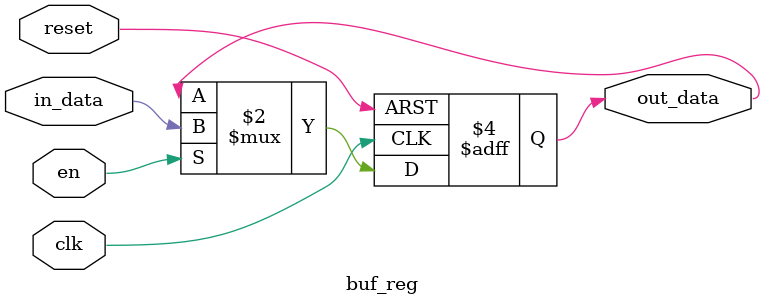
<source format=v>
module buf_reg #(parameter N = 1) (
        input clk,
        input reset,
        input en,
        input [N-1: 0] in_data,
        output reg [N-1: 0] out_data
    );
    always @(posedge clk or posedge reset) begin: reg_proc
        if (reset) begin
            out_data <= 0;
        end else if (en) begin                
            out_data <= in_data;
        end
    end
endmodule

</source>
